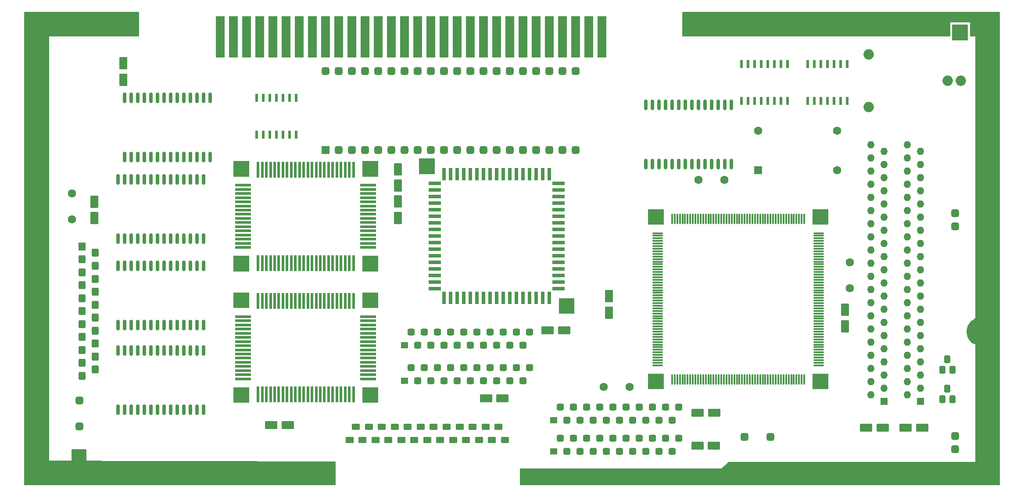
<source format=gts>
G04 #@! TF.GenerationSoftware,KiCad,Pcbnew,7.0.2-0*
G04 #@! TF.CreationDate,2023-07-22T12:22:21+02:00*
G04 #@! TF.ProjectId,MegaCD,4d656761-4344-42e6-9b69-6361645f7063,rev?*
G04 #@! TF.SameCoordinates,Original*
G04 #@! TF.FileFunction,Soldermask,Top*
G04 #@! TF.FilePolarity,Negative*
%FSLAX46Y46*%
G04 Gerber Fmt 4.6, Leading zero omitted, Abs format (unit mm)*
G04 Created by KiCad (PCBNEW 7.0.2-0) date 2023-07-22 12:22:21*
%MOMM*%
%LPD*%
G01*
G04 APERTURE LIST*
G04 Aperture macros list*
%AMRoundRect*
0 Rectangle with rounded corners*
0 $1 Rounding radius*
0 $2 $3 $4 $5 $6 $7 $8 $9 X,Y pos of 4 corners*
0 Add a 4 corners polygon primitive as box body*
4,1,4,$2,$3,$4,$5,$6,$7,$8,$9,$2,$3,0*
0 Add four circle primitives for the rounded corners*
1,1,$1+$1,$2,$3*
1,1,$1+$1,$4,$5*
1,1,$1+$1,$6,$7*
1,1,$1+$1,$8,$9*
0 Add four rect primitives between the rounded corners*
20,1,$1+$1,$2,$3,$4,$5,0*
20,1,$1+$1,$4,$5,$6,$7,0*
20,1,$1+$1,$6,$7,$8,$9,0*
20,1,$1+$1,$8,$9,$2,$3,0*%
G04 Aperture macros list end*
%ADD10C,0.150000*%
%ADD11C,2.769316*%
%ADD12R,1.600000X1.600000*%
%ADD13C,1.600000*%
%ADD14R,1.400000X1.400000*%
%ADD15O,1.400000X1.400000*%
%ADD16R,0.600000X1.500000*%
%ADD17RoundRect,0.250000X0.947000X0.550000X-0.947000X0.550000X-0.947000X-0.550000X0.947000X-0.550000X0*%
%ADD18R,1.600000X1.200000*%
%ADD19RoundRect,0.300000X0.500000X-0.300000X0.500000X0.300000X-0.500000X0.300000X-0.500000X-0.300000X0*%
%ADD20RoundRect,0.150000X0.150000X-0.850000X0.150000X0.850000X-0.150000X0.850000X-0.150000X-0.850000X0*%
%ADD21R,1.400000X1.300000*%
%ADD22RoundRect,0.325000X0.375000X-0.325000X0.375000X0.325000X-0.375000X0.325000X-0.375000X-0.325000X0*%
%ADD23RoundRect,0.250000X0.550000X-0.947000X0.550000X0.947000X-0.550000X0.947000X-0.550000X-0.947000X0*%
%ADD24RoundRect,0.375000X-0.375000X0.375000X-0.375000X-0.375000X0.375000X-0.375000X0.375000X0.375000X0*%
%ADD25C,0.750000*%
%ADD26R,0.500000X3.160000*%
%ADD27R,3.160000X0.500000*%
%ADD28R,1.400000X1.600000*%
%ADD29RoundRect,0.350000X-0.350000X-0.450000X0.350000X-0.450000X0.350000X0.450000X-0.350000X0.450000X0*%
%ADD30RoundRect,0.300000X0.300000X-0.450000X0.300000X0.450000X-0.300000X0.450000X-0.300000X-0.450000X0*%
%ADD31O,2.000000X2.000000*%
%ADD32R,1.778000X8.000000*%
%ADD33RoundRect,0.375000X-0.375000X-0.375000X0.375000X-0.375000X0.375000X0.375000X-0.375000X0.375000X0*%
%ADD34R,2.425000X0.700000*%
%ADD35R,0.700000X2.425000*%
%ADD36RoundRect,0.375000X0.375000X-0.375000X0.375000X0.375000X-0.375000X0.375000X-0.375000X-0.375000X0*%
%ADD37RoundRect,0.075000X0.075000X-0.912500X0.075000X0.912500X-0.075000X0.912500X-0.075000X-0.912500X0*%
%ADD38RoundRect,0.075000X0.912500X-0.075000X0.912500X0.075000X-0.912500X0.075000X-0.912500X-0.075000X0*%
G04 APERTURE END LIST*
D10*
X195747341Y-137270565D02*
X141732000Y-137270565D01*
X141732000Y-134239000D01*
X180594000Y-134239000D01*
X181991000Y-132969000D01*
X195747341Y-132952565D01*
X195747341Y-137270565D01*
G36*
X195747341Y-137270565D02*
G01*
X141732000Y-137270565D01*
X141732000Y-134239000D01*
X180594000Y-134239000D01*
X181991000Y-132969000D01*
X195747341Y-132952565D01*
X195747341Y-137270565D01*
G37*
X46101000Y-46101000D02*
X68072000Y-46101000D01*
X68072000Y-50673000D01*
X46101000Y-50673000D01*
X46101000Y-46101000D01*
G36*
X46101000Y-46101000D02*
G01*
X68072000Y-46101000D01*
X68072000Y-50673000D01*
X46101000Y-50673000D01*
X46101000Y-46101000D01*
G37*
D11*
X231991258Y-107721400D02*
G75*
G03*
X231991258Y-107721400I-1384658J0D01*
G01*
D10*
X106045000Y-132842000D02*
X106045000Y-137287000D01*
X46101000Y-137287000D01*
X46101000Y-132715000D01*
X106045000Y-132842000D01*
G36*
X106045000Y-132842000D02*
G01*
X106045000Y-137287000D01*
X46101000Y-137287000D01*
X46101000Y-132715000D01*
X106045000Y-132842000D01*
G37*
X55245000Y-130530600D02*
X57886600Y-130530600D01*
X57886600Y-133172200D01*
X55245000Y-133172200D01*
X55245000Y-130530600D01*
G36*
X55245000Y-130530600D02*
G01*
X57886600Y-130530600D01*
X57886600Y-133172200D01*
X55245000Y-133172200D01*
X55245000Y-130530600D01*
G37*
X173101000Y-46101000D02*
X224586800Y-46101000D01*
X224586800Y-50673000D01*
X173101000Y-50673000D01*
X173101000Y-46101000D01*
G36*
X173101000Y-46101000D02*
G01*
X224586800Y-46101000D01*
X224586800Y-50673000D01*
X173101000Y-50673000D01*
X173101000Y-46101000D01*
G37*
X46101000Y-46101000D02*
X50723800Y-46101000D01*
X50723800Y-132740400D01*
X46101000Y-132740400D01*
X46101000Y-46101000D01*
G36*
X46101000Y-46101000D02*
G01*
X50723800Y-46101000D01*
X50723800Y-132740400D01*
X46101000Y-132740400D01*
X46101000Y-46101000D01*
G37*
X229616000Y-46101000D02*
X234188000Y-46101000D01*
X234188000Y-132994400D01*
X229616000Y-132994400D01*
X229616000Y-46101000D01*
G36*
X229616000Y-46101000D02*
G01*
X234188000Y-46101000D01*
X234188000Y-132994400D01*
X229616000Y-132994400D01*
X229616000Y-46101000D01*
G37*
X225120200Y-48564800D02*
X228041200Y-48564800D01*
X228041200Y-51460400D01*
X225120200Y-51460400D01*
X225120200Y-48564800D01*
G36*
X225120200Y-48564800D02*
G01*
X228041200Y-48564800D01*
X228041200Y-51460400D01*
X225120200Y-51460400D01*
X225120200Y-48564800D01*
G37*
X234188000Y-132969000D02*
X234188000Y-137287000D01*
X195747341Y-137270565D01*
X195747341Y-132952565D01*
X234188000Y-132969000D01*
G36*
X234188000Y-132969000D02*
G01*
X234188000Y-137287000D01*
X195747341Y-137270565D01*
X195747341Y-132952565D01*
X234188000Y-132969000D01*
G37*
X229616000Y-50673000D02*
X228574600Y-50673000D01*
X228574600Y-47980600D01*
X224586800Y-47980600D01*
X224586800Y-46101000D01*
X229616000Y-46101000D01*
X229616000Y-50673000D01*
G36*
X229616000Y-50673000D02*
G01*
X228574600Y-50673000D01*
X228574600Y-47980600D01*
X224586800Y-47980600D01*
X224586800Y-46101000D01*
X229616000Y-46101000D01*
X229616000Y-50673000D01*
G37*
G36*
X86377000Y-118471000D02*
G01*
X89377000Y-118471000D01*
X89377000Y-121471000D01*
X86377000Y-121471000D01*
X86377000Y-118471000D01*
G37*
G36*
X111269000Y-118469000D02*
G01*
X114269000Y-118469000D01*
X114269000Y-121469000D01*
X111269000Y-121469000D01*
X111269000Y-118469000D01*
G37*
G36*
X86377000Y-100183000D02*
G01*
X89377000Y-100183000D01*
X89377000Y-103183000D01*
X86377000Y-103183000D01*
X86377000Y-100183000D01*
G37*
G36*
X111269000Y-100181000D02*
G01*
X114269000Y-100181000D01*
X114269000Y-103181000D01*
X111269000Y-103181000D01*
X111269000Y-100181000D01*
G37*
G36*
X86377000Y-93093000D02*
G01*
X89377000Y-93093000D01*
X89377000Y-96093000D01*
X86377000Y-96093000D01*
X86377000Y-93093000D01*
G37*
G36*
X111269000Y-93091000D02*
G01*
X114269000Y-93091000D01*
X114269000Y-96091000D01*
X111269000Y-96091000D01*
X111269000Y-93091000D01*
G37*
G36*
X86377000Y-74805000D02*
G01*
X89377000Y-74805000D01*
X89377000Y-77805000D01*
X86377000Y-77805000D01*
X86377000Y-74805000D01*
G37*
G36*
X111269000Y-74803000D02*
G01*
X114269000Y-74803000D01*
X114269000Y-77803000D01*
X111269000Y-77803000D01*
X111269000Y-74803000D01*
G37*
G36*
X149144000Y-104265000D02*
G01*
X152144000Y-104265000D01*
X152144000Y-101265000D01*
X149144000Y-101265000D01*
X149144000Y-104265000D01*
G37*
G36*
X122198000Y-74297000D02*
G01*
X125198000Y-74297000D01*
X125198000Y-77297000D01*
X122198000Y-77297000D01*
X122198000Y-74297000D01*
G37*
G36*
X166395400Y-115829400D02*
G01*
X169395400Y-115829400D01*
X169395400Y-118829400D01*
X166395400Y-118829400D01*
X166395400Y-115829400D01*
G37*
G36*
X198145400Y-115829400D02*
G01*
X201145400Y-115829400D01*
X201145400Y-118829400D01*
X198145400Y-118829400D01*
X198145400Y-115829400D01*
G37*
G36*
X166396800Y-84102800D02*
G01*
X169396800Y-84102800D01*
X169396800Y-87102800D01*
X166396800Y-87102800D01*
X166396800Y-84102800D01*
G37*
G36*
X198145400Y-84101400D02*
G01*
X201145400Y-84101400D01*
X201145400Y-87101400D01*
X198145400Y-87101400D01*
X198145400Y-84101400D01*
G37*
D12*
X187629800Y-76581000D03*
D13*
X202869800Y-76581000D03*
X202869800Y-68961000D03*
X187629800Y-68961000D03*
D14*
X211963000Y-121158000D03*
D15*
X209423000Y-119888000D03*
X211963000Y-118618000D03*
X209423000Y-117348000D03*
X211963000Y-116078000D03*
X209423000Y-114808000D03*
X211963000Y-113538000D03*
X209423000Y-112268000D03*
X211963000Y-110998000D03*
X209423000Y-109728000D03*
X211963000Y-108458000D03*
X209423000Y-107188000D03*
X211963000Y-105918000D03*
X209423000Y-104648000D03*
X211963000Y-103378000D03*
X209423000Y-102108000D03*
X211963000Y-100838000D03*
X209423000Y-99568000D03*
X211963000Y-98298000D03*
X209423000Y-97028000D03*
X211963000Y-95758000D03*
X209423000Y-94488000D03*
X211963000Y-93218000D03*
X209423000Y-91948000D03*
X211963000Y-90678000D03*
X209423000Y-89408000D03*
X211963000Y-88138000D03*
X209423000Y-86868000D03*
X211963000Y-85598000D03*
X209423000Y-84328000D03*
X211963000Y-83058000D03*
X209423000Y-81788000D03*
X211963000Y-80518000D03*
X209423000Y-79248000D03*
X211963000Y-77978000D03*
X209423000Y-76708000D03*
X211963000Y-75438000D03*
X209423000Y-74168000D03*
X211963000Y-72898000D03*
X209423000Y-71628000D03*
D13*
X176076600Y-78460600D03*
X181076600Y-78460600D03*
D16*
X197231000Y-63220600D03*
X198501000Y-63220600D03*
X199771000Y-63220600D03*
X201041000Y-63220600D03*
X202311000Y-63220600D03*
X203581000Y-63220600D03*
X204851000Y-63220600D03*
X204851000Y-56114600D03*
X203581000Y-56120600D03*
X202311000Y-56120600D03*
X201041000Y-56120600D03*
X199771000Y-56120600D03*
X198501000Y-56120600D03*
X197231000Y-56120600D03*
D13*
X162839400Y-118389400D03*
X157839400Y-118389400D03*
D17*
X179093600Y-129717800D03*
X175899600Y-129717800D03*
D18*
X108758000Y-128651000D03*
D19*
X110008000Y-126111000D03*
X111258000Y-128651000D03*
X112508000Y-126111000D03*
X113758000Y-128651000D03*
X115008000Y-126111000D03*
X116258000Y-128651000D03*
X117508000Y-126111000D03*
X118758000Y-128651000D03*
X120008000Y-126111000D03*
X121258000Y-128651000D03*
X122508000Y-126111000D03*
X123758000Y-128651000D03*
X125008000Y-126111000D03*
X126258000Y-128651000D03*
X127508000Y-126111000D03*
X128758000Y-128651000D03*
X130008000Y-126111000D03*
X131258000Y-128651000D03*
X132508000Y-126111000D03*
X133758000Y-128651000D03*
X135008000Y-126111000D03*
X136258000Y-128651000D03*
X137508000Y-126111000D03*
X138758000Y-128651000D03*
D20*
X165938200Y-75361800D03*
X167208200Y-75361800D03*
X168478200Y-75361800D03*
X169748200Y-75361800D03*
X171018200Y-75361800D03*
X172288200Y-75361800D03*
X173558200Y-75361800D03*
X174828200Y-75361800D03*
X176098200Y-75361800D03*
X177368200Y-75361800D03*
X178638200Y-75361800D03*
X179908200Y-75361800D03*
X181178200Y-75361800D03*
X182448200Y-75361800D03*
X182448200Y-63931800D03*
X181178200Y-63931800D03*
X179908200Y-63931800D03*
X178638200Y-63931800D03*
X177368200Y-63931800D03*
X176098200Y-63931800D03*
X174828200Y-63931800D03*
X173558200Y-63931800D03*
X172288200Y-63931800D03*
X171018200Y-63931800D03*
X169748200Y-63931800D03*
X168478200Y-63931800D03*
X167208200Y-63931800D03*
X165938200Y-63931800D03*
D21*
X119380000Y-117221000D03*
D22*
X120650000Y-114681000D03*
X121920000Y-117221000D03*
X123190000Y-114681000D03*
X124460000Y-117221000D03*
X125730000Y-114681000D03*
X127000000Y-117221000D03*
X128270000Y-114681000D03*
X129540000Y-117221000D03*
X130810000Y-114681000D03*
X132080000Y-117221000D03*
X133350000Y-114681000D03*
X134620000Y-117221000D03*
X135890000Y-114681000D03*
X137160000Y-117221000D03*
X138430000Y-114681000D03*
X139700000Y-117221000D03*
X140970000Y-114681000D03*
X142240000Y-117221000D03*
X143510000Y-114681000D03*
D23*
X59563000Y-85820000D03*
X59563000Y-82626000D03*
D13*
X55245000Y-81026000D03*
X55245000Y-86026000D03*
D17*
X179141600Y-123367800D03*
X175947600Y-123367800D03*
D24*
X56642000Y-125980200D03*
X56642000Y-120980200D03*
D17*
X150212400Y-107467400D03*
X147018400Y-107467400D03*
X138301200Y-120624600D03*
X135107200Y-120624600D03*
D14*
X218948000Y-121158000D03*
D15*
X216408000Y-119888000D03*
X218948000Y-118618000D03*
X216408000Y-117348000D03*
X218948000Y-116078000D03*
X216408000Y-114808000D03*
X218948000Y-113538000D03*
X216408000Y-112268000D03*
X218948000Y-110998000D03*
X216408000Y-109728000D03*
X218948000Y-108458000D03*
X216408000Y-107188000D03*
X218948000Y-105918000D03*
X216408000Y-104648000D03*
X218948000Y-103378000D03*
X216408000Y-102108000D03*
X218948000Y-100838000D03*
X216408000Y-99568000D03*
X218948000Y-98298000D03*
X216408000Y-97028000D03*
X218948000Y-95758000D03*
X216408000Y-94488000D03*
X218948000Y-93218000D03*
X216408000Y-91948000D03*
X218948000Y-90678000D03*
X216408000Y-89408000D03*
X218948000Y-88138000D03*
X216408000Y-86868000D03*
X218948000Y-85598000D03*
X216408000Y-84328000D03*
X218948000Y-83058000D03*
X216408000Y-81788000D03*
X218948000Y-80518000D03*
X216408000Y-79248000D03*
X218948000Y-77978000D03*
X216408000Y-76708000D03*
X218948000Y-75438000D03*
X216408000Y-74168000D03*
X218948000Y-72898000D03*
X216408000Y-71628000D03*
D25*
X87877000Y-119993000D03*
X112769000Y-119991000D03*
X87877000Y-101705000D03*
X112769000Y-101703000D03*
D26*
X91123000Y-119866000D03*
X91923000Y-119866000D03*
X92723000Y-119866000D03*
X93523000Y-119866000D03*
X94323000Y-119866000D03*
X95123000Y-119866000D03*
X95923000Y-119866000D03*
X96723000Y-119866000D03*
X97523000Y-119866000D03*
X98323000Y-119866000D03*
X99123000Y-119866000D03*
X99923000Y-119866000D03*
X100723000Y-119866000D03*
X101523000Y-119866000D03*
X102323000Y-119866000D03*
X103123000Y-119866000D03*
X103903000Y-119866000D03*
X104723000Y-119866000D03*
X105523000Y-119866000D03*
X106323000Y-119866000D03*
X107123000Y-119866000D03*
X107923000Y-119866000D03*
X108723000Y-119866000D03*
X109523000Y-119866000D03*
D27*
X112388000Y-116849000D03*
X112388000Y-116049000D03*
X112388000Y-115249000D03*
X112388000Y-114449000D03*
X112388000Y-113649000D03*
X112388000Y-112849000D03*
X112388000Y-112049000D03*
X112388000Y-111249000D03*
X112388000Y-110449000D03*
X112388000Y-109649000D03*
X112388000Y-108849000D03*
X112388000Y-108049000D03*
X112388000Y-107249000D03*
X112388000Y-106449000D03*
X112388000Y-105649000D03*
X112388000Y-104849000D03*
D26*
X109523000Y-101832000D03*
X108723000Y-101832000D03*
X107923000Y-101832000D03*
X107123000Y-101832000D03*
X106323000Y-101832000D03*
X105523000Y-101832000D03*
X104723000Y-101832000D03*
X103923000Y-101832000D03*
X103123000Y-101832000D03*
X102323000Y-101832000D03*
X101523000Y-101832000D03*
X100723000Y-101832000D03*
X99923000Y-101832000D03*
X99123000Y-101832000D03*
X98323000Y-101832000D03*
X97523000Y-101832000D03*
X96723000Y-101832000D03*
X95923000Y-101832000D03*
X95123000Y-101832000D03*
X94323000Y-101832000D03*
X93523000Y-101832000D03*
X92723000Y-101832000D03*
X91923000Y-101832000D03*
X91123000Y-101832000D03*
D27*
X88258000Y-104849000D03*
X88258000Y-105649000D03*
X88258000Y-106449000D03*
X88258000Y-107249000D03*
X88258000Y-108049000D03*
X88258000Y-108849000D03*
X88258000Y-109649000D03*
X88258000Y-110449000D03*
X88258000Y-111249000D03*
X88258000Y-112049000D03*
X88258000Y-112849000D03*
X88258000Y-113649000D03*
X88258000Y-114449000D03*
X88258000Y-115249000D03*
X88258000Y-116049000D03*
X88258000Y-116849000D03*
D28*
X57150000Y-91279000D03*
D29*
X59690000Y-92529000D03*
X57150000Y-93779000D03*
X59690000Y-95029000D03*
X57150000Y-96279000D03*
X59690000Y-97529000D03*
X57150000Y-98779000D03*
X59690000Y-100029000D03*
X57150000Y-101279000D03*
X59690000Y-102529000D03*
X57150000Y-103779000D03*
X59690000Y-105029000D03*
X57150000Y-106279000D03*
X59690000Y-107529000D03*
X57150000Y-108779000D03*
X59690000Y-110029000D03*
X57150000Y-111279000D03*
X59690000Y-112529000D03*
X57150000Y-113779000D03*
X59690000Y-115029000D03*
X57150000Y-116279000D03*
D23*
X65151000Y-59128000D03*
X65151000Y-55934000D03*
D16*
X90830400Y-69717000D03*
X92100400Y-69717000D03*
X93370400Y-69717000D03*
X94640400Y-69717000D03*
X95910400Y-69717000D03*
X97180400Y-69717000D03*
X98450400Y-69717000D03*
X98450400Y-62611000D03*
X97180400Y-62617000D03*
X95910400Y-62617000D03*
X94640400Y-62617000D03*
X93370400Y-62617000D03*
X92100400Y-62617000D03*
X90830400Y-62617000D03*
D30*
X223205000Y-115062000D03*
X225105000Y-115062000D03*
X224155000Y-113030000D03*
D31*
X208965800Y-54229000D03*
X208965800Y-64389000D03*
X224205800Y-59309000D03*
X226745800Y-59309000D03*
D20*
X64135000Y-122809000D03*
X65405000Y-122809000D03*
X66675000Y-122809000D03*
X67945000Y-122809000D03*
X69215000Y-122809000D03*
X70485000Y-122809000D03*
X71755000Y-122809000D03*
X73025000Y-122809000D03*
X74295000Y-122809000D03*
X75565000Y-122809000D03*
X76835000Y-122809000D03*
X78105000Y-122809000D03*
X79375000Y-122809000D03*
X80645000Y-122809000D03*
X80645000Y-111379000D03*
X79375000Y-111379000D03*
X78105000Y-111379000D03*
X76835000Y-111379000D03*
X75565000Y-111379000D03*
X74295000Y-111379000D03*
X73025000Y-111379000D03*
X71755000Y-111379000D03*
X70485000Y-111379000D03*
X69215000Y-111379000D03*
X67945000Y-111379000D03*
X66675000Y-111379000D03*
X65405000Y-111379000D03*
X64135000Y-111379000D03*
D21*
X148209000Y-124790200D03*
D22*
X149479000Y-122250200D03*
X150749000Y-124790200D03*
X152019000Y-122250200D03*
X153289000Y-124790200D03*
X154559000Y-122250200D03*
X155829000Y-124790200D03*
X157099000Y-122250200D03*
X158369000Y-124790200D03*
X159639000Y-122250200D03*
X160909000Y-124790200D03*
X162179000Y-122250200D03*
X163449000Y-124790200D03*
X164719000Y-122250200D03*
X165989000Y-124790200D03*
X167259000Y-122250200D03*
X168529000Y-124790200D03*
X169799000Y-122250200D03*
X171069000Y-124790200D03*
X172339000Y-122250200D03*
D20*
X65405000Y-74041000D03*
X66675000Y-74041000D03*
X67945000Y-74041000D03*
X69215000Y-74041000D03*
X70485000Y-74041000D03*
X71755000Y-74041000D03*
X73025000Y-74041000D03*
X74295000Y-74041000D03*
X75565000Y-74041000D03*
X76835000Y-74041000D03*
X78105000Y-74041000D03*
X79375000Y-74041000D03*
X80645000Y-74041000D03*
X81915000Y-74041000D03*
X81915000Y-62611000D03*
X80645000Y-62611000D03*
X79375000Y-62611000D03*
X78105000Y-62611000D03*
X76835000Y-62611000D03*
X75565000Y-62611000D03*
X74295000Y-62611000D03*
X73025000Y-62611000D03*
X71755000Y-62611000D03*
X70485000Y-62611000D03*
X69215000Y-62611000D03*
X67945000Y-62611000D03*
X66675000Y-62611000D03*
X65405000Y-62611000D03*
X64135000Y-106426000D03*
X65405000Y-106426000D03*
X66675000Y-106426000D03*
X67945000Y-106426000D03*
X69215000Y-106426000D03*
X70485000Y-106426000D03*
X71755000Y-106426000D03*
X73025000Y-106426000D03*
X74295000Y-106426000D03*
X75565000Y-106426000D03*
X76835000Y-106426000D03*
X78105000Y-106426000D03*
X79375000Y-106426000D03*
X80645000Y-106426000D03*
X80645000Y-94996000D03*
X79375000Y-94996000D03*
X78105000Y-94996000D03*
X76835000Y-94996000D03*
X75565000Y-94996000D03*
X74295000Y-94996000D03*
X73025000Y-94996000D03*
X71755000Y-94996000D03*
X70485000Y-94996000D03*
X69215000Y-94996000D03*
X67945000Y-94996000D03*
X66675000Y-94996000D03*
X65405000Y-94996000D03*
X64135000Y-94996000D03*
D32*
X157480000Y-50800000D03*
X154940000Y-50800000D03*
X152400000Y-50800000D03*
X149860000Y-50800000D03*
X147320000Y-50800000D03*
X144780000Y-50800000D03*
X142240000Y-50800000D03*
X139700000Y-50800000D03*
X137160000Y-50800000D03*
X134620000Y-50800000D03*
X132080000Y-50800000D03*
X129540000Y-50800000D03*
X127000000Y-50800000D03*
X124460000Y-50800000D03*
X121920000Y-50800000D03*
X119380000Y-50800000D03*
X116840000Y-50800000D03*
X114300000Y-50800000D03*
X111760000Y-50800000D03*
X109220000Y-50800000D03*
X106680000Y-50800000D03*
X104140000Y-50800000D03*
X101600000Y-50800000D03*
X99060000Y-50800000D03*
X96520000Y-50800000D03*
X93980000Y-50800000D03*
X91440000Y-50800000D03*
X88900000Y-50800000D03*
X86360000Y-50800000D03*
X83820000Y-50800000D03*
D16*
X184429400Y-63208600D03*
X185699400Y-63208600D03*
X186969400Y-63208600D03*
X188239400Y-63208600D03*
X189509400Y-63208600D03*
X190779400Y-63208600D03*
X192049400Y-63208600D03*
X193319400Y-63208600D03*
X193319400Y-56108600D03*
X192049400Y-56108600D03*
X190779400Y-56108600D03*
X189509400Y-56108600D03*
X188239400Y-56108600D03*
X186969400Y-56108600D03*
X185699400Y-56108600D03*
X184429400Y-56108600D03*
D30*
X223205000Y-120777000D03*
X225105000Y-120777000D03*
X224155000Y-118745000D03*
D23*
X158826200Y-104086000D03*
X158826200Y-100892000D03*
X204393800Y-106727600D03*
X204393800Y-103533600D03*
X118110000Y-85774000D03*
X118110000Y-82580000D03*
D21*
X119380000Y-110312200D03*
D22*
X120650000Y-107772200D03*
X121920000Y-110312200D03*
X123190000Y-107772200D03*
X124460000Y-110312200D03*
X125730000Y-107772200D03*
X127000000Y-110312200D03*
X128270000Y-107772200D03*
X129540000Y-110312200D03*
X130810000Y-107772200D03*
X132080000Y-110312200D03*
X133350000Y-107772200D03*
X134620000Y-110312200D03*
X135890000Y-107772200D03*
X137160000Y-110312200D03*
X138430000Y-107772200D03*
X139700000Y-110312200D03*
X140970000Y-107772200D03*
X142240000Y-110312200D03*
X143510000Y-107772200D03*
D33*
X189988200Y-128016000D03*
X184988200Y-128016000D03*
D21*
X148209000Y-130835400D03*
D22*
X149479000Y-128295400D03*
X150749000Y-130835400D03*
X152019000Y-128295400D03*
X153289000Y-130835400D03*
X154559000Y-128295400D03*
X155829000Y-130835400D03*
X157099000Y-128295400D03*
X158369000Y-130835400D03*
X159639000Y-128295400D03*
X160909000Y-130835400D03*
X162179000Y-128295400D03*
X163449000Y-130835400D03*
X164719000Y-128295400D03*
X165989000Y-130835400D03*
X167259000Y-128295400D03*
X168529000Y-130835400D03*
X169799000Y-128295400D03*
X171069000Y-130835400D03*
X172339000Y-128295400D03*
D17*
X96871000Y-125730000D03*
X93677000Y-125730000D03*
X211679000Y-126238000D03*
X208485000Y-126238000D03*
D25*
X87877000Y-94615000D03*
X112769000Y-94613000D03*
X87877000Y-76327000D03*
X112769000Y-76325000D03*
D26*
X91123000Y-94488000D03*
X91923000Y-94488000D03*
X92723000Y-94488000D03*
X93523000Y-94488000D03*
X94323000Y-94488000D03*
X95123000Y-94488000D03*
X95923000Y-94488000D03*
X96723000Y-94488000D03*
X97523000Y-94488000D03*
X98323000Y-94488000D03*
X99123000Y-94488000D03*
X99923000Y-94488000D03*
X100723000Y-94488000D03*
X101523000Y-94488000D03*
X102323000Y-94488000D03*
X103123000Y-94488000D03*
X103903000Y-94488000D03*
X104723000Y-94488000D03*
X105523000Y-94488000D03*
X106323000Y-94488000D03*
X107123000Y-94488000D03*
X107923000Y-94488000D03*
X108723000Y-94488000D03*
X109523000Y-94488000D03*
D27*
X112388000Y-91471000D03*
X112388000Y-90671000D03*
X112388000Y-89871000D03*
X112388000Y-89071000D03*
X112388000Y-88271000D03*
X112388000Y-87471000D03*
X112388000Y-86671000D03*
X112388000Y-85871000D03*
X112388000Y-85071000D03*
X112388000Y-84271000D03*
X112388000Y-83471000D03*
X112388000Y-82671000D03*
X112388000Y-81871000D03*
X112388000Y-81071000D03*
X112388000Y-80271000D03*
X112388000Y-79471000D03*
D26*
X109523000Y-76454000D03*
X108723000Y-76454000D03*
X107923000Y-76454000D03*
X107123000Y-76454000D03*
X106323000Y-76454000D03*
X105523000Y-76454000D03*
X104723000Y-76454000D03*
X103923000Y-76454000D03*
X103123000Y-76454000D03*
X102323000Y-76454000D03*
X101523000Y-76454000D03*
X100723000Y-76454000D03*
X99923000Y-76454000D03*
X99123000Y-76454000D03*
X98323000Y-76454000D03*
X97523000Y-76454000D03*
X96723000Y-76454000D03*
X95923000Y-76454000D03*
X95123000Y-76454000D03*
X94323000Y-76454000D03*
X93523000Y-76454000D03*
X92723000Y-76454000D03*
X91923000Y-76454000D03*
X91123000Y-76454000D03*
D27*
X88258000Y-79471000D03*
X88258000Y-80271000D03*
X88258000Y-81071000D03*
X88258000Y-81871000D03*
X88258000Y-82671000D03*
X88258000Y-83471000D03*
X88258000Y-84271000D03*
X88258000Y-85071000D03*
X88258000Y-85871000D03*
X88258000Y-86671000D03*
X88258000Y-87471000D03*
X88258000Y-88271000D03*
X88258000Y-89071000D03*
X88258000Y-89871000D03*
X88258000Y-90671000D03*
X88258000Y-91471000D03*
D25*
X150622000Y-102743000D03*
X123698000Y-75819000D03*
D34*
X125222000Y-89281000D03*
X125222000Y-90551000D03*
X125222000Y-91821000D03*
X125222000Y-93091000D03*
X125222000Y-94361000D03*
X125222000Y-95631000D03*
X125222000Y-96901000D03*
X125222000Y-98171000D03*
X125222000Y-99441000D03*
D35*
X127000000Y-101219000D03*
X128270000Y-101219000D03*
X129540000Y-101219000D03*
X130810000Y-101219000D03*
X132080000Y-101219000D03*
X133350000Y-101219000D03*
X134620000Y-101219000D03*
X135890000Y-101219000D03*
X137160000Y-101219000D03*
X138430000Y-101219000D03*
X139700000Y-101219000D03*
X140970000Y-101219000D03*
X142240000Y-101219000D03*
X143510000Y-101219000D03*
X144780000Y-101219000D03*
X146050000Y-101219000D03*
X147320000Y-101219000D03*
D34*
X149098000Y-99441000D03*
X149098000Y-98171000D03*
X149098000Y-96901000D03*
X149098000Y-95631000D03*
X149098000Y-94361000D03*
X149098000Y-93091000D03*
X149098000Y-91821000D03*
X149098000Y-90551000D03*
X149098000Y-89281000D03*
X149098000Y-88011000D03*
X149098000Y-86741000D03*
X149098000Y-85471000D03*
X149098000Y-84201000D03*
X149098000Y-82931000D03*
X149098000Y-81661000D03*
X149098000Y-80391000D03*
X149098000Y-79121000D03*
D35*
X147320000Y-77343000D03*
X146050000Y-77343000D03*
X144780000Y-77343000D03*
X143510000Y-77343000D03*
X142240000Y-77343000D03*
X140970000Y-77343000D03*
X139700000Y-77343000D03*
X138430000Y-77343000D03*
X137160000Y-77343000D03*
X135890000Y-77343000D03*
X134620000Y-77343000D03*
X133350000Y-77343000D03*
X132080000Y-77343000D03*
X130810000Y-77343000D03*
X129540000Y-77343000D03*
X128270000Y-77343000D03*
X127000000Y-77343000D03*
D34*
X125222000Y-79121000D03*
X125222000Y-80391000D03*
X125222000Y-81661000D03*
X125222000Y-82931000D03*
X125222000Y-84201000D03*
X125222000Y-85471000D03*
X125222000Y-86741000D03*
X125222000Y-88011000D03*
D17*
X219297000Y-126238000D03*
X216103000Y-126238000D03*
D13*
X205359000Y-94314000D03*
X205359000Y-99314000D03*
D12*
X104140000Y-72644000D03*
D36*
X106680000Y-72644000D03*
X109220000Y-72644000D03*
X111760000Y-72644000D03*
X114300000Y-72644000D03*
X116840000Y-72644000D03*
X119380000Y-72644000D03*
X121920000Y-72644000D03*
X124460000Y-72644000D03*
X127000000Y-72644000D03*
X129540000Y-72644000D03*
X132080000Y-72644000D03*
X134620000Y-72644000D03*
X137160000Y-72644000D03*
X139700000Y-72644000D03*
X142240000Y-72644000D03*
X144780000Y-72644000D03*
X147320000Y-72644000D03*
X149860000Y-72644000D03*
X152400000Y-72644000D03*
X152400000Y-57404000D03*
X149860000Y-57404000D03*
X147320000Y-57404000D03*
X144780000Y-57404000D03*
X142240000Y-57404000D03*
X139700000Y-57404000D03*
X137160000Y-57404000D03*
X134620000Y-57404000D03*
X132080000Y-57404000D03*
X129540000Y-57404000D03*
X127000000Y-57404000D03*
X124460000Y-57404000D03*
X121920000Y-57404000D03*
X119380000Y-57404000D03*
X116840000Y-57404000D03*
X114300000Y-57404000D03*
X111760000Y-57404000D03*
X109220000Y-57404000D03*
X106680000Y-57404000D03*
X104140000Y-57404000D03*
D23*
X118110000Y-79575000D03*
X118110000Y-76381000D03*
D25*
X167895400Y-117351400D03*
X199645400Y-117351400D03*
X167919400Y-85623400D03*
X199645400Y-85623400D03*
D37*
X171020400Y-116976400D03*
X171520400Y-116976400D03*
X172020400Y-116976400D03*
X172520400Y-116976400D03*
X173020400Y-116976400D03*
X173520400Y-116976400D03*
X174020400Y-116976400D03*
X174520400Y-116976400D03*
X175020400Y-116976400D03*
X175520400Y-116976400D03*
X176020400Y-116976400D03*
X176520400Y-116976400D03*
X177020400Y-116976400D03*
X177520400Y-116976400D03*
X178020400Y-116976400D03*
X178520400Y-116976400D03*
X179020400Y-116976400D03*
X179520400Y-116976400D03*
X180020400Y-116976400D03*
X180520400Y-116976400D03*
X181020400Y-116976400D03*
X181520400Y-116976400D03*
X182020400Y-116976400D03*
X182520400Y-116976400D03*
X183020400Y-116976400D03*
X183520400Y-116976400D03*
X184020400Y-116976400D03*
X184520400Y-116976400D03*
X185020400Y-116976400D03*
X185520400Y-116976400D03*
X186020400Y-116976400D03*
X186520400Y-116976400D03*
X187020400Y-116976400D03*
X187520400Y-116976400D03*
X188020400Y-116976400D03*
X188520400Y-116976400D03*
X189020400Y-116976400D03*
X189520400Y-116976400D03*
X190020400Y-116976400D03*
X190520400Y-116976400D03*
X191020400Y-116976400D03*
X191520400Y-116976400D03*
X192020400Y-116976400D03*
X192520400Y-116976400D03*
X193020400Y-116976400D03*
X193520400Y-116976400D03*
X194020400Y-116976400D03*
X194520400Y-116976400D03*
X195020400Y-116976400D03*
X195520400Y-116976400D03*
X196020400Y-116976400D03*
X196520400Y-116976400D03*
D38*
X199270400Y-114226400D03*
X199270400Y-113726400D03*
X199270400Y-113226400D03*
X199270400Y-112726400D03*
X199270400Y-112226400D03*
X199270400Y-111726400D03*
X199270400Y-111226400D03*
X199270400Y-110726400D03*
X199270400Y-110226400D03*
X199270400Y-109726400D03*
X199270400Y-109226400D03*
X199270400Y-108726400D03*
X199270400Y-108226400D03*
X199270400Y-107726400D03*
X199270400Y-107226400D03*
X199270400Y-106726400D03*
X199270400Y-106226400D03*
X199270400Y-105726400D03*
X199270400Y-105226400D03*
X199270400Y-104726400D03*
X199270400Y-104226400D03*
X199270400Y-103726400D03*
X199270400Y-103226400D03*
X199270400Y-102726400D03*
X199270400Y-102226400D03*
X199270400Y-101726400D03*
X199270400Y-101226400D03*
X199270400Y-100726400D03*
X199270400Y-100226400D03*
X199270400Y-99726400D03*
X199270400Y-99226400D03*
X199270400Y-98726400D03*
X199270400Y-98226400D03*
X199270400Y-97726400D03*
X199270400Y-97226400D03*
X199270400Y-96726400D03*
X199270400Y-96226400D03*
X199270400Y-95726400D03*
X199270400Y-95226400D03*
X199270400Y-94726400D03*
X199270400Y-94226400D03*
X199270400Y-93726400D03*
X199270400Y-93226400D03*
X199270400Y-92726400D03*
X199270400Y-92226400D03*
X199270400Y-91726400D03*
X199270400Y-91226400D03*
X199270400Y-90726400D03*
X199270400Y-90226400D03*
X199270400Y-89726400D03*
X199270400Y-89226400D03*
X199270400Y-88726400D03*
D37*
X196520400Y-85976400D03*
X196020400Y-85976400D03*
X195520400Y-85976400D03*
X195020400Y-85976400D03*
X194520400Y-85976400D03*
X194020400Y-85976400D03*
X193520400Y-85976400D03*
X193020400Y-85976400D03*
X192520400Y-85976400D03*
X192020400Y-85976400D03*
X191520400Y-85976400D03*
X191020400Y-85976400D03*
X190520400Y-85976400D03*
X190020400Y-85976400D03*
X189520400Y-85976400D03*
X189020400Y-85976400D03*
X188520400Y-85976400D03*
X188020400Y-85976400D03*
X187520400Y-85976400D03*
X187020400Y-85976400D03*
X186520400Y-85976400D03*
X186020400Y-85976400D03*
X185520400Y-85976400D03*
X185020400Y-85976400D03*
X184520400Y-85976400D03*
X184020400Y-85976400D03*
X183520400Y-85976400D03*
X183020400Y-85976400D03*
X182520400Y-85976400D03*
X182020400Y-85976400D03*
X181520400Y-85976400D03*
X181020400Y-85976400D03*
X180520400Y-85976400D03*
X180020400Y-85976400D03*
X179520400Y-85976400D03*
X179020400Y-85976400D03*
X178520400Y-85976400D03*
X178020400Y-85976400D03*
X177520400Y-85976400D03*
X177020400Y-85976400D03*
X176520400Y-85976400D03*
X176020400Y-85976400D03*
X175520400Y-85976400D03*
X175020400Y-85976400D03*
X174520400Y-85976400D03*
X174020400Y-85976400D03*
X173520400Y-85976400D03*
X173020400Y-85976400D03*
X172520400Y-85976400D03*
X172020400Y-85976400D03*
X171520400Y-85976400D03*
X171020400Y-85976400D03*
D38*
X168270400Y-88726400D03*
X168270400Y-89226400D03*
X168270400Y-89726400D03*
X168270400Y-90226400D03*
X168270400Y-90726400D03*
X168270400Y-91226400D03*
X168270400Y-91726400D03*
X168270400Y-92226400D03*
X168270400Y-92726400D03*
X168270400Y-93226400D03*
X168270400Y-93726400D03*
X168270400Y-94226400D03*
X168270400Y-94726400D03*
X168270400Y-95226400D03*
X168270400Y-95726400D03*
X168270400Y-96226400D03*
X168270400Y-96726400D03*
X168270400Y-97226400D03*
X168270400Y-97726400D03*
X168270400Y-98226400D03*
X168270400Y-98726400D03*
X168270400Y-99226400D03*
X168270400Y-99726400D03*
X168270400Y-100226400D03*
X168270400Y-100726400D03*
X168270400Y-101226400D03*
X168270400Y-101726400D03*
X168270400Y-102226400D03*
X168270400Y-102726400D03*
X168270400Y-103226400D03*
X168270400Y-103726400D03*
X168270400Y-104226400D03*
X168270400Y-104726400D03*
X168270400Y-105226400D03*
X168270400Y-105726400D03*
X168270400Y-106226400D03*
X168270400Y-106726400D03*
X168270400Y-107226400D03*
X168270400Y-107726400D03*
X168270400Y-108226400D03*
X168270400Y-108726400D03*
X168270400Y-109226400D03*
X168270400Y-109726400D03*
X168270400Y-110226400D03*
X168270400Y-110726400D03*
X168270400Y-111226400D03*
X168270400Y-111726400D03*
X168270400Y-112226400D03*
X168270400Y-112726400D03*
X168270400Y-113226400D03*
X168270400Y-113726400D03*
X168270400Y-114226400D03*
D20*
X64135000Y-89789000D03*
X65405000Y-89789000D03*
X66675000Y-89789000D03*
X67945000Y-89789000D03*
X69215000Y-89789000D03*
X70485000Y-89789000D03*
X71755000Y-89789000D03*
X73025000Y-89789000D03*
X74295000Y-89789000D03*
X75565000Y-89789000D03*
X76835000Y-89789000D03*
X78105000Y-89789000D03*
X79375000Y-89789000D03*
X80645000Y-89789000D03*
X80645000Y-78359000D03*
X79375000Y-78359000D03*
X78105000Y-78359000D03*
X76835000Y-78359000D03*
X75565000Y-78359000D03*
X74295000Y-78359000D03*
X73025000Y-78359000D03*
X71755000Y-78359000D03*
X70485000Y-78359000D03*
X69215000Y-78359000D03*
X67945000Y-78359000D03*
X66675000Y-78359000D03*
X65405000Y-78359000D03*
X64135000Y-78359000D03*
D36*
X225628200Y-84861400D03*
X225628200Y-87401400D03*
X225628200Y-127838200D03*
X225628200Y-130378200D03*
M02*

</source>
